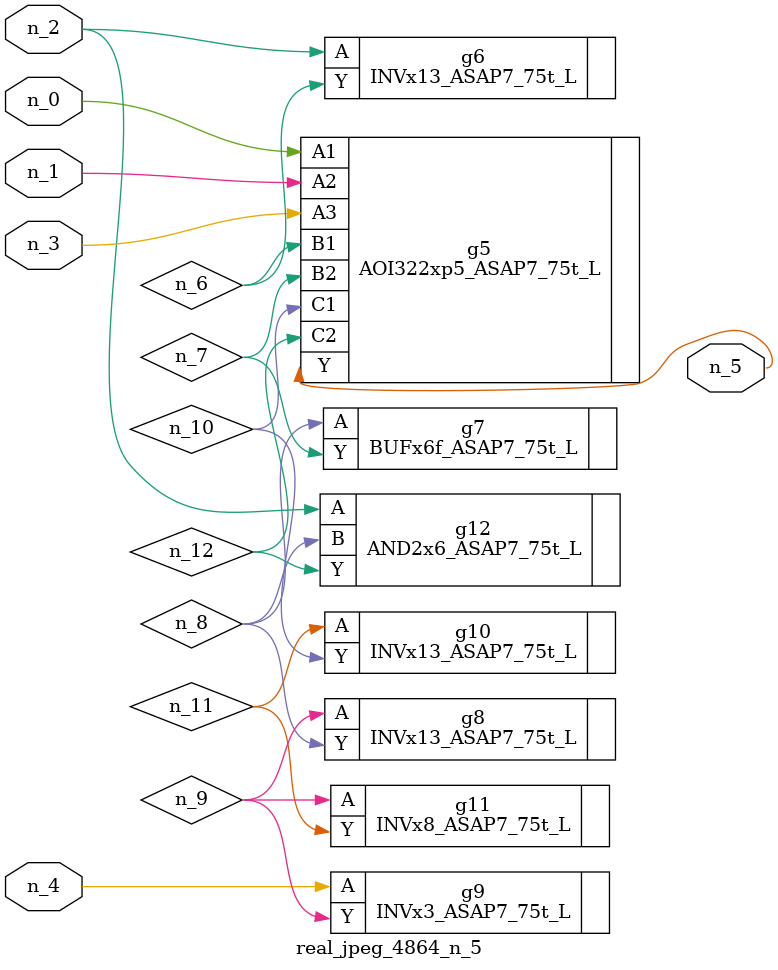
<source format=v>
module real_jpeg_4864_n_5 (n_4, n_0, n_1, n_2, n_3, n_5);

input n_4;
input n_0;
input n_1;
input n_2;
input n_3;

output n_5;

wire n_12;
wire n_8;
wire n_11;
wire n_6;
wire n_7;
wire n_10;
wire n_9;

AOI322xp5_ASAP7_75t_L g5 ( 
.A1(n_0),
.A2(n_1),
.A3(n_3),
.B1(n_6),
.B2(n_7),
.C1(n_10),
.C2(n_12),
.Y(n_5)
);

INVx13_ASAP7_75t_L g6 ( 
.A(n_2),
.Y(n_6)
);

AND2x6_ASAP7_75t_L g12 ( 
.A(n_2),
.B(n_8),
.Y(n_12)
);

INVx3_ASAP7_75t_L g9 ( 
.A(n_4),
.Y(n_9)
);

BUFx6f_ASAP7_75t_L g7 ( 
.A(n_8),
.Y(n_7)
);

INVx13_ASAP7_75t_L g8 ( 
.A(n_9),
.Y(n_8)
);

INVx8_ASAP7_75t_L g11 ( 
.A(n_9),
.Y(n_11)
);

INVx13_ASAP7_75t_L g10 ( 
.A(n_11),
.Y(n_10)
);


endmodule
</source>
